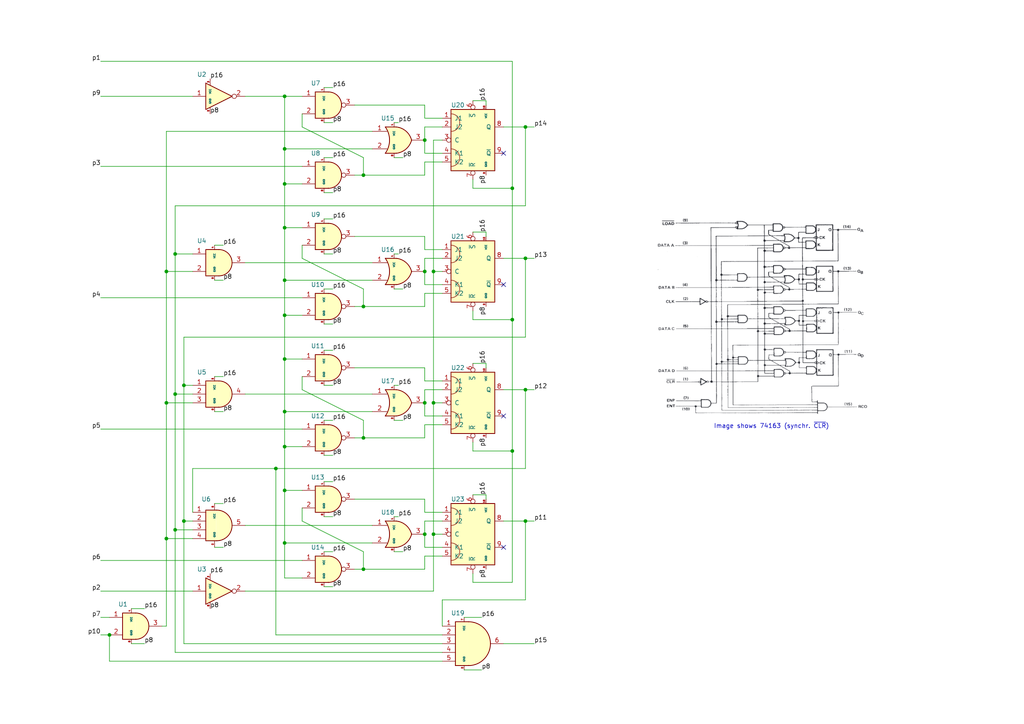
<source format=kicad_sch>
(kicad_sch (version 20231120) (generator "eeschema") (generator_version "8.0")
  (paper "A4")
  (lib_symbols
    (symbol "SimCad:AND2" (pin_names (offset 1.016))
      (property "Reference" "U" (at 2.54 5.08 0))
      (symbol "AND2_1_1"
        (polyline (pts (xy 1.27 3.81) (xy -2.54 3.81) (xy -2.54 -3.81) (xy 1.27 -3.81)) (stroke (width 0.254)) (fill (type background)))
        (arc (start 1.27 -3.81) (mid 5.08 0) (end 1.27 3.81) (stroke (width 0.254)) (fill (type background)))
        (pin input line (at 0 -5.08 90) (length 1.27) (name "GND") (number "0"))
        (pin input line (at -6.35 2.54 0) (length 3.81) (name "~") (number "1"))
        (pin input line (at -6.35 -2.54 0) (length 3.81) (name "~") (number "2"))
        (pin output line (at 8.89 0 180) (length 3.81) (name "~") (number "3"))
        (pin input line (at 0 5.08 270) (length 1.27) (name "VCC") (number "4"))
      )
    )
    (symbol "SimCad:AND3" (pin_names (offset 1.016))
      (property "Reference" "U" (at 2.54 5.08 0))
      (symbol "AND3_1_1"
        (polyline (pts (xy 1.27 3.81) (xy -2.54 3.81) (xy -2.54 -3.81) (xy 1.27 -3.81)) (stroke (width 0.254)) (fill (type background)))
        (arc (start 1.27 -3.81) (mid 5.08 0) (end 1.27 3.81) (stroke (width 0.254)) (fill (type background)))
        (pin input line (at 0 -5.08 90) (length 1.27) (name "GND") (number "0"))
        (pin input line (at -6.35 2.54 0) (length 3.81) (name "~") (number "1"))
        (pin input line (at -6.35 0 0) (length 3.81) (name "~") (number "2"))
        (pin input line (at -6.35 -2.54 0) (length 3.81) (name "~") (number "3"))
        (pin output line (at 8.89 0 180) (length 3.81) (name "~") (number "4"))
        (pin input line (at 0 5.08 270) (length 1.27) (name "VCC") (number "5"))
      )
    )
    (symbol "SimCad:AND4" (pin_names (offset 1.016))
      (property "Reference" "U" (at 2.54 6.35 0))
      (symbol "AND4_1_1"
        (polyline (pts (xy 0.635 4.445) (xy -2.54 4.445) (xy -2.54 -4.445) (xy 0.635 -4.445)) (stroke (width 0.254)) (fill (type background)))
        (arc (start 0.635 -4.445) (mid 5.08 0) (end 0.635 4.445) (stroke (width 0.254)) (fill (type background)))
        (pin input line (at 0 -6.35 90) (length 1.8034) (name "GND") (number "0"))
        (pin input line (at -6.35 3.81 0) (length 3.81) (name "~") (number "1"))
        (pin input line (at -6.35 1.27 0) (length 3.81) (name "~") (number "2"))
        (pin input line (at -6.35 -1.27 0) (length 3.81) (name "~") (number "3"))
        (pin input line (at -6.35 -3.81 0) (length 3.81) (name "~") (number "4"))
        (pin output line (at 8.89 0 180) (length 3.81) (name "~") (number "5"))
        (pin input line (at 0 6.35 270) (length 1.8034) (name "VCC") (number "6"))
      )
    )
    (symbol "SimCad:AND5" (pin_names (offset 1.016))
      (property "Reference" "U" (at 2.54 7.62 0))
      (symbol "AND5_1_1"
        (polyline (pts (xy 1.27 6.35) (xy -2.54 6.35) (xy -2.54 -6.35) (xy 1.27 -6.35)) (stroke (width 0.254)) (fill (type background)))
        (arc (start 1.27 -6.35) (mid 7.62 0) (end 1.27 6.35) (stroke (width 0.254)) (fill (type background)))
        (pin input line (at 0 -7.62 90) (length 1.27) (name "GND") (number "0"))
        (pin input line (at -6.35 5.08 0) (length 3.81) (name "~") (number "1"))
        (pin input line (at -6.35 2.54 0) (length 3.81) (name "~") (number "2"))
        (pin input line (at -6.35 0 0) (length 3.81) (name "~") (number "3"))
        (pin input line (at -6.35 -2.54 0) (length 3.81) (name "~") (number "4"))
        (pin input line (at -6.35 -5.08 0) (length 3.81) (name "~") (number "5"))
        (pin output line (at 11.43 0 180) (length 3.81) (name "~") (number "6"))
        (pin input line (at 0 7.62 270) (length 1.27) (name "VCC") (number "7"))
      )
    )
    (symbol "SimCad:INV" (pin_names (offset 1.016))
      (property "Reference" "U" (at 2.54 5.08 0))
      (symbol "INV_1_1"
        (polyline (pts (xy -1.27 3.81) (xy -1.27 -3.81) (xy 6.35 0) (xy -1.27 3.81)) (stroke (width 0.254)) (fill (type background)))
        (pin input line (at 0 -5.08 90) (length 1.8034) (name "GND") (number "0"))
        (pin input line (at -5.08 0 0) (length 3.81) (name "~") (number "1"))
        (pin output inverted (at 10.16 0 180) (length 3.81) (name "~") (number "2"))
        (pin input line (at 0 5.08 270) (length 1.8034) (name "VCC") (number "3"))
      )
    )
    (symbol "SimCad:J2K2_FF" (pin_names (offset 1.016))
      (property "Reference" "U" (at -6.35 10.16 0))
      (symbol "J2K2_FF_0_1"
        (arc (start -6.35 -7.62) (mid -3.81 -5.08) (end -6.35 -2.54))
        (arc (start -6.35 2.54) (mid -3.81 5.08) (end -6.35 7.62))
      )
      (symbol "J2K2_FF_1_1"
        (rectangle (start -6.35 8.89) (end 6.35 -8.89) (stroke (width 0.254)) (fill (type background)))
        (pin input line (at 3.81 -10.16 90) (length 1.27) (name "GND") (number "0"))
        (pin input line (at -8.89 6.35 0) (length 2.54) (name "J1") (number "1"))
        (pin input line (at 3.81 10.16 270) (length 1.27) (name "VCC") (number "10"))
        (pin input line (at -8.89 3.81 0) (length 2.54) (name "J2") (number "2"))
        (pin input inverted (at -8.89 0 0) (length 2.54) (name "C") (number "3"))
        (pin input line (at -8.89 -3.81 0) (length 2.54) (name "K1") (number "4"))
        (pin input line (at -8.89 -6.35 0) (length 2.54) (name "K2") (number "5"))
        (pin input inverted (at 0 11.43 270) (length 2.54) (name "~{S}") (number "6"))
        (pin input inverted (at 0 -11.43 90) (length 2.54) (name "~{R}") (number "7"))
        (pin output line (at 8.89 3.81 180) (length 2.54) (name "Q") (number "8"))
        (pin output line (at 8.89 -3.81 180) (length 2.54) (name "~{Q}") (number "9"))
      )
    )
    (symbol "SimCad:NAND2" (pin_names (offset 1.016))
      (property "Reference" "U" (at 2.54 5.08 0))
      (symbol "NAND2_1_1"
        (polyline (pts (xy 1.27 3.81) (xy -2.54 3.81) (xy -2.54 -3.81) (xy 1.27 -3.81)) (stroke (width 0.254)) (fill (type background)))
        (arc (start 1.27 -3.81) (mid 5.08 0) (end 1.27 3.81) (stroke (width 0.254)) (fill (type background)))
        (pin input line (at 0 -5.08 90) (length 1.27) (name "GND") (number "0"))
        (pin input line (at -6.35 2.54 0) (length 3.81) (name "~") (number "1"))
        (pin input line (at -6.35 -2.54 0) (length 3.81) (name "~") (number "2"))
        (pin output inverted (at 8.89 0 180) (length 3.81) (name "~") (number "3"))
        (pin input line (at 0 5.08 270) (length 1.27) (name "VCC") (number "4"))
      )
    )
    (symbol "SimCad:OR2" (pin_names (offset 1.016))
      (property "Reference" "U" (at 2.54 5.08 0))
      (symbol "OR2_1_1"
        (arc (start -2.54 -3.81) (mid -1.319 0) (end -2.54 3.81) (stroke (width 0.254)))
        (polyline (pts (xy -2.54 -3.81) (xy 0.635 -3.81)) (stroke (width 0.254)) (fill (type background)))
        (polyline (pts (xy -2.54 3.81) (xy 0.635 3.81)) (stroke (width 0.254)) (fill (type background)))
        (polyline (pts (xy 0.635 3.81) (xy -2.54 3.81) (xy -2.54 3.81) (xy -2.286 3.4036) (xy -1.7526 2.2606) (xy -1.4224 1.0414) (xy -1.3462 -0.254) (xy -1.4986 -1.4986) (xy -1.905 -2.7178) (xy -2.54 -3.81) (xy -2.54 -3.81) (xy 0.635 -3.81)) (stroke (width -25.4)) (fill (type background)))
        (arc (start 0.6604 -3.81) (mid 3.4542 -2.5851) (end 5.08 0) (stroke (width 0.254)) (fill (type background)))
        (arc (start 5.08 0) (mid 3.4615 2.5936) (end 0.6604 3.81) (stroke (width 0.254)) (fill (type background)))
        (pin input line (at 0 -5.08 90) (length 1.27) (name "GND") (number "0"))
        (pin input line (at -6.35 2.54 0) (length 4.318) (name "~") (number "1"))
        (pin input line (at -6.35 -2.54 0) (length 4.318) (name "~") (number "2"))
        (pin output line (at 8.89 0 180) (length 3.81) (name "~") (number "3"))
        (pin input line (at 0 5.08 270) (length 1.27) (name "VCC") (number "4"))
      )
    )
  )
  (junction (at 152.4 113.03))
  (junction (at 105.41 165.1))
  (junction (at 82.55 43.18))
  (junction (at 82.55 81.28))
  (junction (at 50.8 114.3))
  (junction (at 105.41 88.9))
  (junction (at 82.55 119.38))
  (junction (at 123.19 154.94))
  (junction (at 82.55 91.44))
  (junction (at 123.19 40.64))
  (junction (at 50.8 73.66))
  (junction (at 31.75 184.15))
  (junction (at 82.55 157.48))
  (junction (at 82.55 129.54))
  (junction (at 123.19 116.84))
  (junction (at 82.55 53.34))
  (junction (at 82.55 104.14))
  (junction (at 50.8 153.67))
  (junction (at 53.34 111.76))
  (junction (at 152.4 74.93))
  (junction (at 148.59 54.61))
  (junction (at 125.73 78.74))
  (junction (at 105.41 127))
  (junction (at 53.34 151.13))
  (junction (at 123.19 78.74))
  (junction (at 82.55 27.94))
  (junction (at 148.59 92.71))
  (junction (at 148.59 130.81))
  (junction (at 152.4 36.83))
  (junction (at 48.26 78.74))
  (junction (at 152.4 151.13))
  (junction (at 105.41 50.8))
  (junction (at 80.01 135.89))
  (junction (at 125.73 154.94))
  (junction (at 82.55 142.24))
  (junction (at 82.55 66.04))
  (junction (at 48.26 116.84))
  (junction (at 125.73 116.84))
  (junction (at 48.26 156.21))
  (no_connect (at 146.05 44.45))
  (no_connect (at 146.05 158.75))
  (no_connect (at 146.05 120.65))
  (no_connect (at 146.05 82.55))
  (wire (pts (xy 93.98 25.4) (xy 96.52 25.4)))
  (wire (pts (xy 146.05 186.69) (xy 154.94 186.69)))
  (wire (pts (xy 146.05 74.93) (xy 152.4 74.93)))
  (wire (pts (xy 152.4 135.89) (xy 80.01 135.89)))
  (wire (pts (xy 82.55 53.34) (xy 82.55 66.04)))
  (wire (pts (xy 137.16 105.41) (xy 140.97 105.41)))
  (wire (pts (xy 152.4 74.93) (xy 152.4 97.79)))
  (wire (pts (xy 152.4 59.69) (xy 152.4 36.83)))
  (wire (pts (xy 137.16 143.51) (xy 140.97 143.51)))
  (wire (pts (xy 82.55 81.28) (xy 82.55 91.44)))
  (wire (pts (xy 123.19 68.58) (xy 123.19 72.39)))
  (wire (pts (xy 105.41 45.72) (xy 105.41 50.8)))
  (wire (pts (xy 123.19 40.64) (xy 123.19 36.83)))
  (wire (pts (xy 50.8 153.67) (xy 55.88 153.67)))
  (wire (pts (xy 87.63 36.83) (xy 105.41 45.72)))
  (wire (pts (xy 48.26 78.74) (xy 48.26 38.1)))
  (wire (pts (xy 134.62 179.07) (xy 139.7 179.07)))
  (wire (pts (xy 93.98 35.56) (xy 96.52 35.56)))
  (wire (pts (xy 50.8 114.3) (xy 55.88 114.3)))
  (wire (pts (xy 87.63 71.12) (xy 87.63 74.93)))
  (wire (pts (xy 29.21 48.26) (xy 87.63 48.26)))
  (wire (pts (xy 71.12 171.45) (xy 125.73 171.45)))
  (wire (pts (xy 50.8 153.67) (xy 50.8 189.23)))
  (wire (pts (xy 114.3 73.66) (xy 115.57 73.66)))
  (wire (pts (xy 80.01 184.15) (xy 128.27 184.15)))
  (wire (pts (xy 123.19 144.78) (xy 123.19 148.59)))
  (wire (pts (xy 93.98 121.92) (xy 96.52 121.92)))
  (wire (pts (xy 38.1 176.53) (xy 41.91 176.53)))
  (wire (pts (xy 53.34 97.79) (xy 152.4 97.79)))
  (wire (pts (xy 137.16 166.37) (xy 137.16 168.91)))
  (wire (pts (xy 123.19 36.83) (xy 128.27 36.83)))
  (wire (pts (xy 87.63 109.22) (xy 87.63 113.03)))
  (wire (pts (xy 105.41 88.9) (xy 123.19 88.9)))
  (wire (pts (xy 93.98 45.72) (xy 96.52 45.72)))
  (wire (pts (xy 146.05 113.03) (xy 152.4 113.03)))
  (wire (pts (xy 148.59 168.91) (xy 148.59 130.81)))
  (wire (pts (xy 102.87 88.9) (xy 105.41 88.9)))
  (wire (pts (xy 48.26 156.21) (xy 48.26 181.61)))
  (wire (pts (xy 55.88 111.76) (xy 53.34 111.76)))
  (wire (pts (xy 140.97 30.48) (xy 140.97 29.21)))
  (wire (pts (xy 50.8 59.69) (xy 152.4 59.69)))
  (wire (pts (xy 152.4 36.83) (xy 154.94 36.83)))
  (wire (pts (xy 114.3 45.72) (xy 116.84 45.72)))
  (wire (pts (xy 82.55 104.14) (xy 87.63 104.14)))
  (wire (pts (xy 137.16 130.81) (xy 148.59 130.81)))
  (wire (pts (xy 140.97 143.51) (xy 140.97 144.78)))
  (wire (pts (xy 80.01 135.89) (xy 80.01 184.15)))
  (wire (pts (xy 50.8 73.66) (xy 50.8 114.3)))
  (wire (pts (xy 102.87 30.48) (xy 123.19 30.48)))
  (wire (pts (xy 114.3 35.56) (xy 115.57 35.56)))
  (wire (pts (xy 93.98 55.88) (xy 96.52 55.88)))
  (wire (pts (xy 53.34 111.76) (xy 53.34 151.13)))
  (wire (pts (xy 148.59 130.81) (xy 148.59 92.71)))
  (wire (pts (xy 123.19 165.1) (xy 123.19 161.29)))
  (wire (pts (xy 123.19 127) (xy 123.19 123.19)))
  (wire (pts (xy 93.98 139.7) (xy 96.52 139.7)))
  (wire (pts (xy 146.05 36.83) (xy 152.4 36.83)))
  (wire (pts (xy 87.63 151.13) (xy 105.41 160.02)))
  (wire (pts (xy 152.4 151.13) (xy 152.4 173.99)))
  (wire (pts (xy 53.34 151.13) (xy 55.88 151.13)))
  (wire (pts (xy 123.19 116.84) (xy 123.19 113.03)))
  (wire (pts (xy 87.63 33.02) (xy 87.63 36.83)))
  (wire (pts (xy 29.21 27.94) (xy 55.88 27.94)))
  (wire (pts (xy 128.27 181.61) (xy 128.27 173.99)))
  (wire (pts (xy 82.55 91.44) (xy 82.55 104.14)))
  (wire (pts (xy 114.3 111.76) (xy 115.57 111.76)))
  (wire (pts (xy 137.16 128.27) (xy 137.16 130.81)))
  (wire (pts (xy 93.98 132.08) (xy 96.52 132.08)))
  (wire (pts (xy 123.19 161.29) (xy 128.27 161.29)))
  (wire (pts (xy 102.87 144.78) (xy 123.19 144.78)))
  (wire (pts (xy 93.98 149.86) (xy 96.52 149.86)))
  (wire (pts (xy 105.41 50.8) (xy 123.19 50.8)))
  (wire (pts (xy 46.99 181.61) (xy 48.26 181.61)))
  (wire (pts (xy 123.19 88.9) (xy 123.19 85.09)))
  (wire (pts (xy 123.19 154.94) (xy 123.19 158.75)))
  (wire (pts (xy 62.23 119.38) (xy 64.77 119.38)))
  (wire (pts (xy 102.87 68.58) (xy 123.19 68.58)))
  (wire (pts (xy 123.19 72.39) (xy 128.27 72.39)))
  (wire (pts (xy 82.55 129.54) (xy 82.55 142.24)))
  (wire (pts (xy 123.19 40.64) (xy 123.19 44.45)))
  (wire (pts (xy 71.12 114.3) (xy 107.95 114.3)))
  (wire (pts (xy 87.63 27.94) (xy 82.55 27.94)))
  (wire (pts (xy 93.98 83.82) (xy 96.52 83.82)))
  (wire (pts (xy 123.19 154.94) (xy 123.19 151.13)))
  (wire (pts (xy 123.19 151.13) (xy 128.27 151.13)))
  (wire (pts (xy 123.19 85.09) (xy 128.27 85.09)))
  (wire (pts (xy 152.4 113.03) (xy 152.4 135.89)))
  (wire (pts (xy 125.73 154.94) (xy 128.27 154.94)))
  (wire (pts (xy 105.41 121.92) (xy 105.41 127)))
  (wire (pts (xy 82.55 91.44) (xy 87.63 91.44)))
  (wire (pts (xy 137.16 67.31) (xy 140.97 67.31)))
  (wire (pts (xy 55.88 135.89) (xy 80.01 135.89)))
  (wire (pts (xy 62.23 146.05) (xy 64.77 146.05)))
  (wire (pts (xy 123.19 116.84) (xy 123.19 120.65)))
  (wire (pts (xy 146.05 151.13) (xy 152.4 151.13)))
  (wire (pts (xy 107.95 38.1) (xy 48.26 38.1)))
  (wire (pts (xy 123.19 148.59) (xy 128.27 148.59)))
  (wire (pts (xy 105.41 160.02) (xy 105.41 165.1)))
  (wire (pts (xy 53.34 111.76) (xy 53.34 97.79)))
  (wire (pts (xy 105.41 165.1) (xy 123.19 165.1)))
  (wire (pts (xy 125.73 40.64) (xy 125.73 78.74)))
  (wire (pts (xy 102.87 127) (xy 105.41 127)))
  (wire (pts (xy 123.19 110.49) (xy 128.27 110.49)))
  (wire (pts (xy 93.98 93.98) (xy 96.52 93.98)))
  (wire (pts (xy 48.26 116.84) (xy 48.26 156.21)))
  (wire (pts (xy 62.23 71.12) (xy 64.77 71.12)))
  (wire (pts (xy 82.55 104.14) (xy 82.55 119.38)))
  (wire (pts (xy 114.3 121.92) (xy 116.84 121.92)))
  (wire (pts (xy 107.95 119.38) (xy 82.55 119.38)))
  (wire (pts (xy 137.16 29.21) (xy 140.97 29.21)))
  (wire (pts (xy 137.16 168.91) (xy 148.59 168.91)))
  (wire (pts (xy 152.4 151.13) (xy 154.94 151.13)))
  (wire (pts (xy 29.21 86.36) (xy 87.63 86.36)))
  (wire (pts (xy 53.34 151.13) (xy 53.34 186.69)))
  (wire (pts (xy 123.19 113.03) (xy 128.27 113.03)))
  (wire (pts (xy 125.73 171.45) (xy 125.73 154.94)))
  (wire (pts (xy 107.95 43.18) (xy 82.55 43.18)))
  (wire (pts (xy 123.19 106.68) (xy 123.19 110.49)))
  (wire (pts (xy 50.8 189.23) (xy 128.27 189.23)))
  (wire (pts (xy 71.12 27.94) (xy 82.55 27.94)))
  (wire (pts (xy 123.19 78.74) (xy 123.19 82.55)))
  (wire (pts (xy 29.21 171.45) (xy 55.88 171.45)))
  (wire (pts (xy 123.19 34.29) (xy 128.27 34.29)))
  (wire (pts (xy 148.59 92.71) (xy 148.59 54.61)))
  (wire (pts (xy 134.62 194.31) (xy 139.7 194.31)))
  (wire (pts (xy 93.98 63.5) (xy 96.52 63.5)))
  (wire (pts (xy 87.63 74.93) (xy 105.41 83.82)))
  (wire (pts (xy 123.19 74.93) (xy 128.27 74.93)))
  (wire (pts (xy 62.23 81.28) (xy 64.77 81.28)))
  (wire (pts (xy 82.55 142.24) (xy 82.55 157.48)))
  (wire (pts (xy 137.16 92.71) (xy 148.59 92.71)))
  (wire (pts (xy 48.26 116.84) (xy 48.26 78.74)))
  (wire (pts (xy 107.95 157.48) (xy 82.55 157.48)))
  (wire (pts (xy 31.75 184.15) (xy 29.21 184.15)))
  (wire (pts (xy 50.8 114.3) (xy 50.8 153.67)))
  (wire (pts (xy 82.55 66.04) (xy 82.55 81.28)))
  (wire (pts (xy 82.55 53.34) (xy 87.63 53.34)))
  (wire (pts (xy 107.95 81.28) (xy 82.55 81.28)))
  (wire (pts (xy 123.19 30.48) (xy 123.19 34.29)))
  (wire (pts (xy 93.98 160.02) (xy 96.52 160.02)))
  (wire (pts (xy 125.73 116.84) (xy 125.73 154.94)))
  (wire (pts (xy 140.97 68.58) (xy 140.97 67.31)))
  (wire (pts (xy 48.26 116.84) (xy 55.88 116.84)))
  (wire (pts (xy 82.55 129.54) (xy 87.63 129.54)))
  (wire (pts (xy 123.19 46.99) (xy 128.27 46.99)))
  (wire (pts (xy 53.34 186.69) (xy 128.27 186.69)))
  (wire (pts (xy 29.21 124.46) (xy 87.63 124.46)))
  (wire (pts (xy 137.16 54.61) (xy 148.59 54.61)))
  (wire (pts (xy 93.98 101.6) (xy 96.52 101.6)))
  (wire (pts (xy 102.87 50.8) (xy 105.41 50.8)))
  (wire (pts (xy 152.4 74.93) (xy 154.94 74.93)))
  (wire (pts (xy 82.55 66.04) (xy 87.63 66.04)))
  (wire (pts (xy 50.8 73.66) (xy 50.8 59.69)))
  (wire (pts (xy 55.88 135.89) (xy 55.88 148.59)))
  (wire (pts (xy 137.16 90.17) (xy 137.16 92.71)))
  (wire (pts (xy 82.55 119.38) (xy 82.55 129.54)))
  (wire (pts (xy 82.55 27.94) (xy 82.55 43.18)))
  (wire (pts (xy 148.59 17.78) (xy 148.59 54.61)))
  (wire (pts (xy 87.63 147.32) (xy 87.63 151.13)))
  (wire (pts (xy 123.19 120.65) (xy 128.27 120.65)))
  (wire (pts (xy 105.41 127) (xy 123.19 127)))
  (wire (pts (xy 125.73 78.74) (xy 128.27 78.74)))
  (wire (pts (xy 123.19 158.75) (xy 128.27 158.75)))
  (wire (pts (xy 55.88 73.66) (xy 50.8 73.66)))
  (wire (pts (xy 123.19 123.19) (xy 128.27 123.19)))
  (wire (pts (xy 38.1 186.69) (xy 41.91 186.69)))
  (wire (pts (xy 152.4 173.99) (xy 128.27 173.99)))
  (wire (pts (xy 29.21 162.56) (xy 87.63 162.56)))
  (wire (pts (xy 123.19 50.8) (xy 123.19 46.99)))
  (wire (pts (xy 31.75 191.77) (xy 128.27 191.77)))
  (wire (pts (xy 105.41 83.82) (xy 105.41 88.9)))
  (wire (pts (xy 82.55 157.48) (xy 82.55 167.64)))
  (wire (pts (xy 62.23 158.75) (xy 64.77 158.75)))
  (wire (pts (xy 123.19 44.45) (xy 128.27 44.45)))
  (wire (pts (xy 71.12 152.4) (xy 107.95 152.4)))
  (wire (pts (xy 31.75 184.15) (xy 31.75 191.77)))
  (wire (pts (xy 123.19 82.55) (xy 128.27 82.55)))
  (wire (pts (xy 48.26 156.21) (xy 55.88 156.21)))
  (wire (pts (xy 114.3 160.02) (xy 116.84 160.02)))
  (wire (pts (xy 71.12 76.2) (xy 107.95 76.2)))
  (wire (pts (xy 93.98 111.76) (xy 96.52 111.76)))
  (wire (pts (xy 31.75 179.07) (xy 29.21 179.07)))
  (wire (pts (xy 82.55 167.64) (xy 87.63 167.64)))
  (wire (pts (xy 140.97 105.41) (xy 140.97 106.68)))
  (wire (pts (xy 93.98 73.66) (xy 96.52 73.66)))
  (wire (pts (xy 29.21 17.78) (xy 148.59 17.78)))
  (wire (pts (xy 93.98 170.18) (xy 96.52 170.18)))
  (wire (pts (xy 123.19 78.74) (xy 123.19 74.93)))
  (wire (pts (xy 128.27 40.64) (xy 125.73 40.64)))
  (wire (pts (xy 48.26 78.74) (xy 55.88 78.74)))
  (wire (pts (xy 102.87 165.1) (xy 105.41 165.1)))
  (wire (pts (xy 152.4 113.03) (xy 154.94 113.03)))
  (wire (pts (xy 125.73 78.74) (xy 125.73 116.84)))
  (wire (pts (xy 114.3 149.86) (xy 115.57 149.86)))
  (wire (pts (xy 102.87 106.68) (xy 123.19 106.68)))
  (wire (pts (xy 62.23 109.22) (xy 64.77 109.22)))
  (wire (pts (xy 114.3 83.82) (xy 116.84 83.82)))
  (wire (pts (xy 82.55 43.18) (xy 82.55 53.34)))
  (wire (pts (xy 82.55 142.24) (xy 87.63 142.24)))
  (wire (pts (xy 87.63 113.03) (xy 105.41 121.92)))
  (wire (pts (xy 137.16 52.07) (xy 137.16 54.61)))
  (wire (pts (xy 125.73 116.84) (xy 128.27 116.84)))
  (image (at 220.98 91.44) (scale 0.313333))
  (text "Image shows 74163 (synchr. ~{CLR})\n" (at 207.01 124.46 0) (effects (font (size 1.27 1.27)) (justify left bottom)))
  (label "p12" (at 154.94 113.03 0))
  (label "p8" (at 116.84 83.82 0))
  (label "p8" (at 64.77 158.75 0))
  (label "p16" (at 96.52 139.7 0))
  (label "p5" (at 29.21 124.46 180))
  (label "p16" (at 115.57 35.56 0))
  (label "p8" (at 139.7 194.31 0))
  (label "p8" (at 140.97 50.8 270))
  (label "p11" (at 154.94 151.13 0))
  (label "p3" (at 29.21 48.26 180))
  (label "p1" (at 29.21 17.78 180))
  (label "p8" (at 96.52 170.18 0))
  (label "p8" (at 64.77 81.28 0))
  (label "p16" (at 115.57 73.66 0))
  (label "p8" (at 96.52 111.76 0))
  (label "p16" (at 140.97 67.31 90))
  (label "p16" (at 115.57 149.86 0))
  (label "p8" (at 140.97 165.1 270))
  (label "p16" (at 64.77 146.05 0))
  (label "p8" (at 116.84 45.72 0))
  (label "p13" (at 154.94 74.93 0))
  (label "p7" (at 29.21 179.07 180))
  (label "p8" (at 116.84 121.92 0))
  (label "p10" (at 29.21 184.15 180))
  (label "p16" (at 41.91 176.53 0))
  (label "p8" (at 140.97 127 270))
  (label "p16" (at 64.77 71.12 0))
  (label "p16" (at 96.52 45.72 0))
  (label "p4" (at 29.21 86.36 180))
  (label "p16" (at 140.97 143.51 90))
  (label "p8" (at 140.97 88.9 270))
  (label "p6" (at 29.21 162.56 180))
  (label "p2" (at 29.21 171.45 180))
  (label "p8" (at 96.52 35.56 0))
  (label "p8" (at 96.52 55.88 0))
  (label "p16" (at 140.97 105.41 90))
  (label "p16" (at 96.52 101.6 0))
  (label "p16" (at 96.52 160.02 0))
  (label "p8" (at 96.52 93.98 0))
  (label "p16" (at 96.52 83.82 0))
  (label "p16" (at 140.97 29.21 90))
  (label "p16" (at 60.96 166.37 0))
  (label "p8" (at 96.52 132.08 0))
  (label "p16" (at 60.96 22.86 0))
  (label "p16" (at 139.7 179.07 0))
  (label "p16" (at 115.57 111.76 0))
  (label "p8" (at 41.91 186.69 0))
  (label "p8" (at 96.52 149.86 0))
  (label "p16" (at 96.52 63.5 0))
  (label "p14" (at 154.94 36.83 0))
  (label "p8" (at 116.84 160.02 0))
  (label "p8" (at 64.77 119.38 0))
  (label "p16" (at 96.52 121.92 0))
  (label "p8" (at 60.96 33.02 0))
  (label "p9" (at 29.21 27.94 180))
  (label "p8" (at 60.96 176.53 0))
  (label "p16" (at 96.52 25.4 0))
  (label "p15" (at 154.94 186.69 0))
  (label "p8" (at 96.52 73.66 0))
  (label "p16" (at 64.77 109.22 0))
  (symbol (lib_id "SimCad:J2K2_FF") (at 137.16 40.64 0) (unit 1)
    (property "Reference" "U20" (at 130.81 30.48 0) (effects (justify left)))
    (property "Value" "J2K2_FF" (effects (hide yes)))
  )
  (symbol (lib_id "SimCad:OR2") (at 114.3 40.64 0) (unit 1)
    (property "Reference" "U15" (at 110.49 34.29 0) (effects (justify left)))
    (property "Value" "OR2" (effects (hide yes)))
  )
  (symbol (lib_id "SimCad:NAND2") (at 93.98 30.48 0) (unit 1)
    (property "Reference" "U7" (at 90.17 24.13 0) (effects (justify left)))
    (property "Value" "NAND2" (effects (hide yes)))
  )
  (symbol (lib_id "SimCad:NAND2") (at 93.98 50.8 0) (unit 1)
    (property "Reference" "U8" (at 90.17 44.45 0) (effects (justify left)))
    (property "Value" "NAND2" (effects (hide yes)))
  )
  (symbol (lib_id "SimCad:J2K2_FF") (at 137.16 78.74 0) (unit 1)
    (property "Reference" "U21" (at 130.81 68.58 0) (effects (justify left)))
    (property "Value" "J2K2_FF" (effects (hide yes)))
  )
  (symbol (lib_id "SimCad:OR2") (at 114.3 78.74 0) (unit 1)
    (property "Reference" "U16" (at 110.49 72.39 0) (effects (justify left)))
    (property "Value" "OR2" (effects (hide yes)))
  )
  (symbol (lib_id "SimCad:NAND2") (at 93.98 68.58 0) (unit 1)
    (property "Reference" "U9" (at 90.17 62.23 0) (effects (justify left)))
    (property "Value" "NAND2" (effects (hide yes)))
  )
  (symbol (lib_id "SimCad:NAND2") (at 93.98 88.9 0) (unit 1)
    (property "Reference" "U10" (at 90.17 82.55 0) (effects (justify left)))
    (property "Value" "NAND2" (effects (hide yes)))
  )
  (symbol (lib_id "SimCad:J2K2_FF") (at 137.16 116.84 0) (unit 1)
    (property "Reference" "U22" (at 130.81 106.68 0) (effects (justify left)))
    (property "Value" "J2K2_FF" (effects (hide yes)))
  )
  (symbol (lib_id "SimCad:OR2") (at 114.3 116.84 0) (unit 1)
    (property "Reference" "U17" (at 110.49 110.49 0) (effects (justify left)))
    (property "Value" "OR2" (effects (hide yes)))
  )
  (symbol (lib_id "SimCad:NAND2") (at 93.98 106.68 0) (unit 1)
    (property "Reference" "U11" (at 90.17 100.33 0) (effects (justify left)))
    (property "Value" "NAND2" (effects (hide yes)))
  )
  (symbol (lib_id "SimCad:NAND2") (at 93.98 127 0) (unit 1)
    (property "Reference" "U12" (at 90.17 120.65 0) (effects (justify left)))
    (property "Value" "NAND2" (effects (hide yes)))
  )
  (symbol (lib_id "SimCad:J2K2_FF") (at 137.16 154.94 0) (unit 1)
    (property "Reference" "U23" (at 130.81 144.78 0) (effects (justify left)))
    (property "Value" "J2K2_FF" (effects (hide yes)))
  )
  (symbol (lib_id "SimCad:OR2") (at 114.3 154.94 0) (unit 1)
    (property "Reference" "U18" (at 110.49 148.59 0) (effects (justify left)))
    (property "Value" "OR2" (effects (hide yes)))
  )
  (symbol (lib_id "SimCad:NAND2") (at 93.98 144.78 0) (unit 1)
    (property "Reference" "U13" (at 90.17 138.43 0) (effects (justify left)))
    (property "Value" "NAND2" (effects (hide yes)))
  )
  (symbol (lib_id "SimCad:NAND2") (at 93.98 165.1 0) (unit 1)
    (property "Reference" "U14" (at 90.17 158.75 0) (effects (justify left)))
    (property "Value" "NAND2" (effects (hide yes)))
  )
  (symbol (lib_id "SimCad:INV") (at 60.96 27.94 0) (unit 1)
    (property "Reference" "U2" (at 57.15 21.59 0) (effects (justify left)))
    (property "Value" "INV" (effects (hide yes)))
  )
  (symbol (lib_id "SimCad:AND2") (at 62.23 76.2 0) (unit 1)
    (property "Reference" "U4" (at 57.15 69.85 0) (effects (justify left)))
    (property "Value" "AND2" (effects (hide yes)))
  )
  (symbol (lib_id "SimCad:AND3") (at 62.23 114.3 0) (unit 1)
    (property "Reference" "U5" (at 57.15 107.95 0) (effects (justify left)))
    (property "Value" "AND3" (effects (hide yes)))
  )
  (symbol (lib_id "SimCad:AND4") (at 62.23 152.4 0) (unit 1)
    (property "Reference" "U6" (at 58.42 144.78 0) (effects (justify left)))
    (property "Value" "AND4" (effects (hide yes)))
  )
  (symbol (lib_id "SimCad:AND5") (at 134.62 186.69 0) (unit 1)
    (property "Reference" "U19" (at 130.81 177.8 0) (effects (justify left)))
    (property "Value" "AND5" (effects (hide yes)))
  )
  (symbol (lib_id "SimCad:AND2") (at 38.1 181.61 0) (unit 1)
    (property "Reference" "U1" (at 34.29 175.26 0) (effects (justify left)))
    (property "Value" "AND2" (effects (hide yes)))
  )
  (symbol (lib_id "SimCad:INV") (at 60.96 171.45 0) (unit 1)
    (property "Reference" "U3" (at 57.15 165.1 0) (effects (justify left)))
    (property "Value" "INV" (effects (hide yes)))
  )
)
</source>
